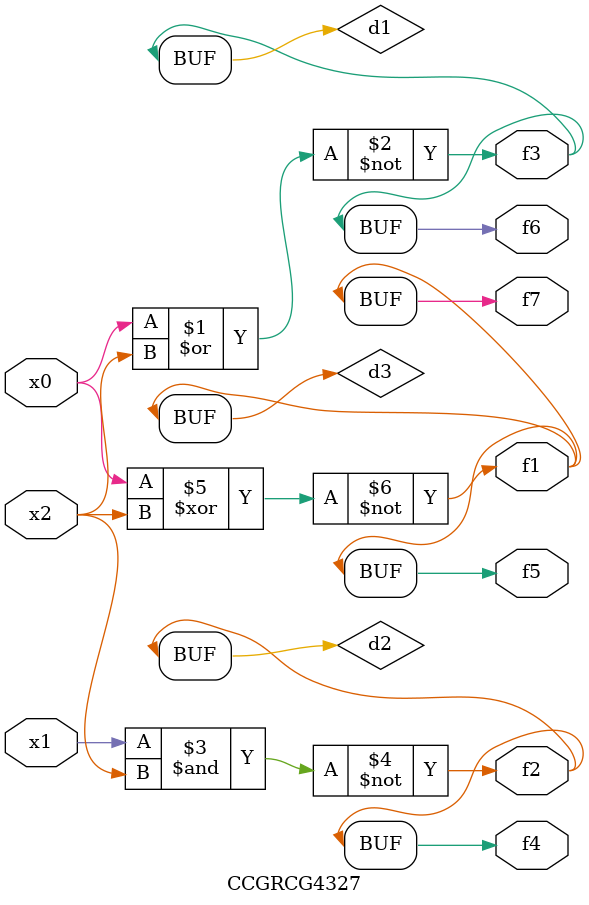
<source format=v>
module CCGRCG4327(
	input x0, x1, x2,
	output f1, f2, f3, f4, f5, f6, f7
);

	wire d1, d2, d3;

	nor (d1, x0, x2);
	nand (d2, x1, x2);
	xnor (d3, x0, x2);
	assign f1 = d3;
	assign f2 = d2;
	assign f3 = d1;
	assign f4 = d2;
	assign f5 = d3;
	assign f6 = d1;
	assign f7 = d3;
endmodule

</source>
